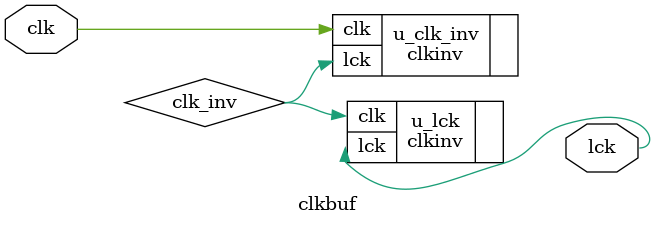
<source format=v>
module clkbuf (
  input clk, 
  output lck 
);
`ifdef SAED32
NBUFFX2_RVT u_clk_lck_dont_touch (.A(clk),.Y(lck));
`else
wire clk_inv;
clkinv u_clk_inv (.clk(clk),.lck(clk_inv));
clkinv u_lck (.clk(clk_inv),.lck(lck));
`endif
endmodule

</source>
